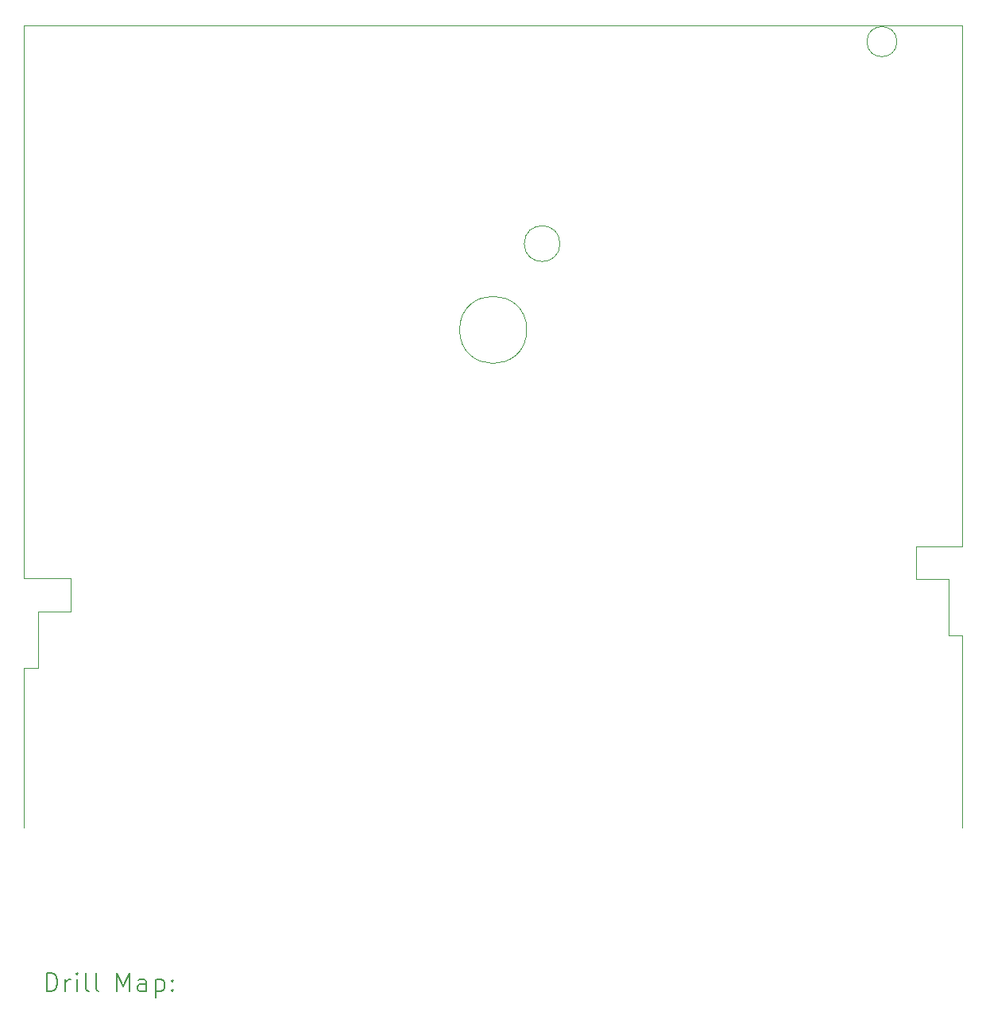
<source format=gbr>
%TF.GenerationSoftware,KiCad,Pcbnew,(7.0.0)*%
%TF.CreationDate,2023-04-12T15:18:02+10:00*%
%TF.ProjectId,AS-NES-Mapper472,41532d4e-4553-42d4-9d61-707065723437,rev?*%
%TF.SameCoordinates,Original*%
%TF.FileFunction,Drillmap*%
%TF.FilePolarity,Positive*%
%FSLAX45Y45*%
G04 Gerber Fmt 4.5, Leading zero omitted, Abs format (unit mm)*
G04 Created by KiCad (PCBNEW (7.0.0)) date 2023-04-12 15:18:02*
%MOMM*%
%LPD*%
G01*
G04 APERTURE LIST*
%ADD10C,0.100000*%
%ADD11C,0.200000*%
G04 APERTURE END LIST*
D10*
X15253680Y-4764490D02*
X15253600Y-10320510D01*
X5753870Y-10664590D02*
X5753880Y-11014710D01*
X14758210Y-10320510D02*
X15253600Y-10320510D01*
X15108360Y-11270240D02*
X15253860Y-11269970D01*
X14758360Y-10670340D02*
X14758210Y-10320510D01*
X5253760Y-4764470D02*
X15253680Y-4764490D01*
X14556130Y-4941900D02*
G75*
G03*
X14556130Y-4941900I-160160J0D01*
G01*
X15253630Y-13317390D02*
X15253880Y-11964940D01*
X15253880Y-11964940D02*
X15253860Y-11269970D01*
X5253800Y-11614330D02*
X5403880Y-11614600D01*
X5403960Y-11014620D02*
X5753880Y-11014710D01*
X10965440Y-7094830D02*
G75*
G03*
X10965440Y-7094830I-190500J0D01*
G01*
X5403880Y-11614600D02*
X5403960Y-11014620D01*
X10611370Y-8014020D02*
G75*
G03*
X10611370Y-8014020I-357710J0D01*
G01*
X14758360Y-10670340D02*
X15108280Y-10670250D01*
X5253760Y-4764470D02*
X5253910Y-10664860D01*
X15108280Y-10670250D02*
X15108360Y-11270240D01*
X5253910Y-10664860D02*
X5753870Y-10664590D01*
X5253580Y-13317530D02*
X5253800Y-11614330D01*
D11*
X5496199Y-15066476D02*
X5496199Y-14866476D01*
X5496199Y-14866476D02*
X5543818Y-14866476D01*
X5543818Y-14866476D02*
X5572390Y-14876000D01*
X5572390Y-14876000D02*
X5591437Y-14895048D01*
X5591437Y-14895048D02*
X5600961Y-14914095D01*
X5600961Y-14914095D02*
X5610485Y-14952190D01*
X5610485Y-14952190D02*
X5610485Y-14980762D01*
X5610485Y-14980762D02*
X5600961Y-15018857D01*
X5600961Y-15018857D02*
X5591437Y-15037905D01*
X5591437Y-15037905D02*
X5572390Y-15056952D01*
X5572390Y-15056952D02*
X5543818Y-15066476D01*
X5543818Y-15066476D02*
X5496199Y-15066476D01*
X5696199Y-15066476D02*
X5696199Y-14933143D01*
X5696199Y-14971238D02*
X5705723Y-14952190D01*
X5705723Y-14952190D02*
X5715247Y-14942667D01*
X5715247Y-14942667D02*
X5734294Y-14933143D01*
X5734294Y-14933143D02*
X5753342Y-14933143D01*
X5820008Y-15066476D02*
X5820008Y-14933143D01*
X5820008Y-14866476D02*
X5810485Y-14876000D01*
X5810485Y-14876000D02*
X5820008Y-14885524D01*
X5820008Y-14885524D02*
X5829532Y-14876000D01*
X5829532Y-14876000D02*
X5820008Y-14866476D01*
X5820008Y-14866476D02*
X5820008Y-14885524D01*
X5943818Y-15066476D02*
X5924770Y-15056952D01*
X5924770Y-15056952D02*
X5915247Y-15037905D01*
X5915247Y-15037905D02*
X5915247Y-14866476D01*
X6048580Y-15066476D02*
X6029532Y-15056952D01*
X6029532Y-15056952D02*
X6020008Y-15037905D01*
X6020008Y-15037905D02*
X6020008Y-14866476D01*
X6244770Y-15066476D02*
X6244770Y-14866476D01*
X6244770Y-14866476D02*
X6311437Y-15009333D01*
X6311437Y-15009333D02*
X6378104Y-14866476D01*
X6378104Y-14866476D02*
X6378104Y-15066476D01*
X6559056Y-15066476D02*
X6559056Y-14961714D01*
X6559056Y-14961714D02*
X6549532Y-14942667D01*
X6549532Y-14942667D02*
X6530485Y-14933143D01*
X6530485Y-14933143D02*
X6492389Y-14933143D01*
X6492389Y-14933143D02*
X6473342Y-14942667D01*
X6559056Y-15056952D02*
X6540008Y-15066476D01*
X6540008Y-15066476D02*
X6492389Y-15066476D01*
X6492389Y-15066476D02*
X6473342Y-15056952D01*
X6473342Y-15056952D02*
X6463818Y-15037905D01*
X6463818Y-15037905D02*
X6463818Y-15018857D01*
X6463818Y-15018857D02*
X6473342Y-14999809D01*
X6473342Y-14999809D02*
X6492389Y-14990286D01*
X6492389Y-14990286D02*
X6540008Y-14990286D01*
X6540008Y-14990286D02*
X6559056Y-14980762D01*
X6654294Y-14933143D02*
X6654294Y-15133143D01*
X6654294Y-14942667D02*
X6673342Y-14933143D01*
X6673342Y-14933143D02*
X6711437Y-14933143D01*
X6711437Y-14933143D02*
X6730485Y-14942667D01*
X6730485Y-14942667D02*
X6740008Y-14952190D01*
X6740008Y-14952190D02*
X6749532Y-14971238D01*
X6749532Y-14971238D02*
X6749532Y-15028381D01*
X6749532Y-15028381D02*
X6740008Y-15047428D01*
X6740008Y-15047428D02*
X6730485Y-15056952D01*
X6730485Y-15056952D02*
X6711437Y-15066476D01*
X6711437Y-15066476D02*
X6673342Y-15066476D01*
X6673342Y-15066476D02*
X6654294Y-15056952D01*
X6835247Y-15047428D02*
X6844770Y-15056952D01*
X6844770Y-15056952D02*
X6835247Y-15066476D01*
X6835247Y-15066476D02*
X6825723Y-15056952D01*
X6825723Y-15056952D02*
X6835247Y-15047428D01*
X6835247Y-15047428D02*
X6835247Y-15066476D01*
X6835247Y-14942667D02*
X6844770Y-14952190D01*
X6844770Y-14952190D02*
X6835247Y-14961714D01*
X6835247Y-14961714D02*
X6825723Y-14952190D01*
X6825723Y-14952190D02*
X6835247Y-14942667D01*
X6835247Y-14942667D02*
X6835247Y-14961714D01*
M02*

</source>
